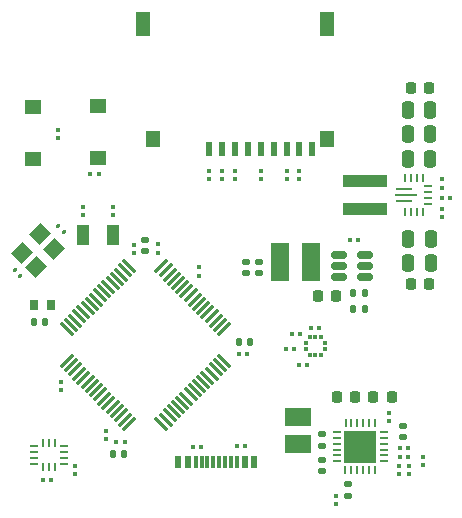
<source format=gbr>
%TF.GenerationSoftware,KiCad,Pcbnew,9.0.6*%
%TF.CreationDate,2025-12-31T22:25:04-08:00*%
%TF.ProjectId,SimpleFlightController,53696d70-6c65-4466-9c69-676874436f6e,rev?*%
%TF.SameCoordinates,Original*%
%TF.FileFunction,Paste,Top*%
%TF.FilePolarity,Positive*%
%FSLAX46Y46*%
G04 Gerber Fmt 4.6, Leading zero omitted, Abs format (unit mm)*
G04 Created by KiCad (PCBNEW 9.0.6) date 2025-12-31 22:25:04*
%MOMM*%
%LPD*%
G01*
G04 APERTURE LIST*
G04 Aperture macros list*
%AMRoundRect*
0 Rectangle with rounded corners*
0 $1 Rounding radius*
0 $2 $3 $4 $5 $6 $7 $8 $9 X,Y pos of 4 corners*
0 Add a 4 corners polygon primitive as box body*
4,1,4,$2,$3,$4,$5,$6,$7,$8,$9,$2,$3,0*
0 Add four circle primitives for the rounded corners*
1,1,$1+$1,$2,$3*
1,1,$1+$1,$4,$5*
1,1,$1+$1,$6,$7*
1,1,$1+$1,$8,$9*
0 Add four rect primitives between the rounded corners*
20,1,$1+$1,$2,$3,$4,$5,0*
20,1,$1+$1,$4,$5,$6,$7,0*
20,1,$1+$1,$6,$7,$8,$9,0*
20,1,$1+$1,$8,$9,$2,$3,0*%
%AMRotRect*
0 Rectangle, with rotation*
0 The origin of the aperture is its center*
0 $1 length*
0 $2 width*
0 $3 Rotation angle, in degrees counterclockwise*
0 Add horizontal line*
21,1,$1,$2,0,0,$3*%
G04 Aperture macros list end*
%ADD10RoundRect,0.140000X0.170000X-0.140000X0.170000X0.140000X-0.170000X0.140000X-0.170000X-0.140000X0*%
%ADD11RoundRect,0.079500X0.127279X0.014849X0.014849X0.127279X-0.127279X-0.014849X-0.014849X-0.127279X0*%
%ADD12RoundRect,0.079500X0.100500X-0.079500X0.100500X0.079500X-0.100500X0.079500X-0.100500X-0.079500X0*%
%ADD13RotRect,1.400000X1.200000X225.000000*%
%ADD14RoundRect,0.079500X-0.079500X-0.100500X0.079500X-0.100500X0.079500X0.100500X-0.079500X0.100500X0*%
%ADD15RoundRect,0.079500X-0.100500X0.079500X-0.100500X-0.079500X0.100500X-0.079500X0.100500X0.079500X0*%
%ADD16RoundRect,0.140000X-0.170000X0.140000X-0.170000X-0.140000X0.170000X-0.140000X0.170000X0.140000X0*%
%ADD17RoundRect,0.140000X-0.140000X-0.170000X0.140000X-0.170000X0.140000X0.170000X-0.140000X0.170000X0*%
%ADD18R,0.550000X1.100000*%
%ADD19R,0.300000X1.100000*%
%ADD20RoundRect,0.225000X-0.225000X-0.250000X0.225000X-0.250000X0.225000X0.250000X-0.225000X0.250000X0*%
%ADD21R,0.280000X0.700000*%
%ADD22R,0.700000X0.280000*%
%ADD23R,2.800000X2.800000*%
%ADD24RoundRect,0.250000X-0.250000X-0.475000X0.250000X-0.475000X0.250000X0.475000X-0.250000X0.475000X0*%
%ADD25RoundRect,0.079500X0.079500X0.100500X-0.079500X0.100500X-0.079500X-0.100500X0.079500X-0.100500X0*%
%ADD26RoundRect,0.225000X0.225000X0.250000X-0.225000X0.250000X-0.225000X-0.250000X0.225000X-0.250000X0*%
%ADD27RoundRect,0.147500X-0.172500X0.147500X-0.172500X-0.147500X0.172500X-0.147500X0.172500X0.147500X0*%
%ADD28R,0.680000X0.280000*%
%ADD29R,0.280000X0.680000*%
%ADD30R,1.500000X3.320000*%
%ADD31RoundRect,0.140000X0.140000X0.170000X-0.140000X0.170000X-0.140000X-0.170000X0.140000X-0.170000X0*%
%ADD32R,0.700000X0.250000*%
%ADD33R,0.250000X0.700000*%
%ADD34R,1.450000X0.250000*%
%ADD35R,1.850000X0.250000*%
%ADD36R,3.800000X1.000000*%
%ADD37RoundRect,0.075000X-0.548008X0.441942X0.441942X-0.548008X0.548008X-0.441942X-0.441942X0.548008X0*%
%ADD38RoundRect,0.075000X-0.548008X-0.441942X-0.441942X-0.548008X0.548008X0.441942X0.441942X0.548008X0*%
%ADD39RoundRect,0.079500X-0.127279X-0.014849X-0.014849X-0.127279X0.127279X0.014849X0.014849X0.127279X0*%
%ADD40R,0.800000X0.860000*%
%ADD41R,1.360000X1.230000*%
%ADD42RoundRect,0.135000X0.135000X0.185000X-0.135000X0.185000X-0.135000X-0.185000X0.135000X-0.185000X0*%
%ADD43R,2.160000X1.630000*%
%ADD44R,1.000000X1.800000*%
%ADD45R,0.600000X1.300000*%
%ADD46R,1.200000X1.400000*%
%ADD47R,1.200000X2.000000*%
%ADD48R,0.300000X0.300000*%
%ADD49RoundRect,0.150000X-0.512500X-0.150000X0.512500X-0.150000X0.512500X0.150000X-0.512500X0.150000X0*%
%ADD50RoundRect,0.135000X-0.135000X-0.185000X0.135000X-0.185000X0.135000X0.185000X-0.135000X0.185000X0*%
G04 APERTURE END LIST*
D10*
%TO.C,C5*%
X170440000Y-126680000D03*
X170440000Y-125720000D03*
%TD*%
D11*
%TO.C,C34*%
X144870729Y-112315094D03*
X144382825Y-111827190D03*
%TD*%
D12*
%TO.C,R6*%
X177740000Y-129045000D03*
X177740000Y-128355000D03*
%TD*%
D13*
%TO.C,X1*%
X146553554Y-108792284D03*
X144997919Y-110347919D03*
X146200000Y-111550000D03*
X147755635Y-109994365D03*
%TD*%
D14*
%TO.C,R8*%
X176995000Y-126850000D03*
X177685000Y-126850000D03*
%TD*%
D12*
%TO.C,C24*%
X154450000Y-110345000D03*
X154450000Y-109655000D03*
%TD*%
D15*
%TO.C,R20*%
X163000000Y-103380000D03*
X163000000Y-104070000D03*
%TD*%
%TO.C,C27*%
X148300000Y-121305000D03*
X148300000Y-121995000D03*
%TD*%
D16*
%TO.C,C1*%
X170440000Y-127870000D03*
X170440000Y-128830000D03*
%TD*%
D17*
%TO.C,C28*%
X146020000Y-116200000D03*
X146980000Y-116200000D03*
%TD*%
D18*
%TO.C,USB1*%
X158253434Y-128016569D03*
X159053434Y-128016569D03*
D19*
X159703434Y-128016569D03*
X160203434Y-128016569D03*
X160703434Y-128016569D03*
X161203434Y-128016569D03*
X161703434Y-128016569D03*
X162203434Y-128016569D03*
X162703434Y-128016569D03*
X163203434Y-128016569D03*
D18*
X163853434Y-128016569D03*
X164653434Y-128016569D03*
%TD*%
D20*
%TO.C,C9*%
X177900000Y-113025000D03*
X179450000Y-113025000D03*
%TD*%
D21*
%TO.C,U1*%
X172390000Y-128750000D03*
X172890000Y-128750000D03*
X173390000Y-128750000D03*
X173890000Y-128750000D03*
X174390000Y-128750000D03*
X174890000Y-128750000D03*
D22*
X175640000Y-128000000D03*
X175640000Y-127500000D03*
X175640000Y-127000000D03*
X175640000Y-126500000D03*
X175640000Y-126000000D03*
X175640000Y-125500000D03*
D21*
X174890000Y-124750000D03*
X174390000Y-124750000D03*
X173890000Y-124750000D03*
X173390000Y-124750000D03*
X172890000Y-124750000D03*
X172400000Y-124750000D03*
D22*
X171640000Y-125500000D03*
X171640000Y-126000000D03*
X171640000Y-126500000D03*
X171640000Y-127000000D03*
X171640000Y-127500000D03*
X171640000Y-128000000D03*
D23*
X173650000Y-126750000D03*
%TD*%
D14*
%TO.C,C19*%
X169455000Y-116725000D03*
X170145000Y-116725000D03*
%TD*%
D17*
%TO.C,C31*%
X163390000Y-117900000D03*
X164350000Y-117900000D03*
%TD*%
D24*
%TO.C,C8*%
X177725000Y-109175000D03*
X179625000Y-109175000D03*
%TD*%
%TO.C,C7*%
X177725000Y-111225000D03*
X179625000Y-111225000D03*
%TD*%
D25*
%TO.C,C26*%
X153695000Y-126350000D03*
X153005000Y-126350000D03*
%TD*%
D26*
%TO.C,C6*%
X173215000Y-122550000D03*
X171665000Y-122550000D03*
%TD*%
D27*
%TO.C,D1*%
X172640000Y-129947500D03*
X172640000Y-130917500D03*
%TD*%
D24*
%TO.C,C10*%
X177675000Y-98275000D03*
X179575000Y-98275000D03*
%TD*%
D25*
%TO.C,R9*%
X169120000Y-119850000D03*
X168430000Y-119850000D03*
%TD*%
D28*
%TO.C,U2*%
X146040000Y-126710000D03*
X146040000Y-127210000D03*
X146040000Y-127710000D03*
X146040000Y-128210000D03*
D29*
X146800000Y-128470000D03*
X147300000Y-128470000D03*
X147800000Y-128470000D03*
D28*
X148560000Y-128210000D03*
X148560000Y-127710000D03*
X148560000Y-127210000D03*
X148560000Y-126710000D03*
D29*
X147800000Y-126450000D03*
X147300000Y-126450000D03*
X146800000Y-126450000D03*
%TD*%
D30*
%TO.C,L7*%
X169480000Y-111100000D03*
X166820000Y-111100000D03*
%TD*%
D15*
%TO.C,R7*%
X171625000Y-130905000D03*
X171625000Y-131595000D03*
%TD*%
%TO.C,R12*%
X180525000Y-106625000D03*
X180525000Y-107315000D03*
%TD*%
D31*
%TO.C,C30*%
X153630000Y-127400000D03*
X152670000Y-127400000D03*
%TD*%
D10*
%TO.C,C3*%
X177240000Y-125980000D03*
X177240000Y-125020000D03*
%TD*%
D12*
%TO.C,R4*%
X178940000Y-128345000D03*
X178940000Y-127655000D03*
%TD*%
D14*
%TO.C,R3*%
X177005000Y-127600000D03*
X177695000Y-127600000D03*
%TD*%
D20*
%TO.C,C12*%
X177900000Y-96425000D03*
X179450000Y-96425000D03*
%TD*%
D15*
%TO.C,C32*%
X152150000Y-125405000D03*
X152150000Y-126095000D03*
%TD*%
D32*
%TO.C,U5*%
X179375000Y-106225000D03*
X179375000Y-105725000D03*
X179375000Y-105225000D03*
X179375000Y-104725000D03*
D33*
X178925000Y-104025000D03*
X178425000Y-104025000D03*
X177925000Y-104025000D03*
X177425000Y-104025000D03*
D34*
X177335000Y-104975000D03*
D35*
X177535000Y-105475000D03*
D34*
X177335000Y-105975000D03*
D33*
X177425000Y-106925000D03*
X177925000Y-106925000D03*
X178425000Y-106925000D03*
X178925000Y-106925000D03*
%TD*%
D36*
%TO.C,L6*%
X174025000Y-104225000D03*
X174025000Y-106625000D03*
%TD*%
D14*
%TO.C,R2*%
X163208434Y-126729069D03*
X163898434Y-126729069D03*
%TD*%
D37*
%TO.C,U3*%
X154088819Y-111485519D03*
X153735266Y-111839072D03*
X153381713Y-112192625D03*
X153028159Y-112546179D03*
X152674606Y-112899732D03*
X152321052Y-113253286D03*
X151967499Y-113606839D03*
X151613946Y-113960392D03*
X151260392Y-114313946D03*
X150906839Y-114667499D03*
X150553286Y-115021052D03*
X150199732Y-115374606D03*
X149846179Y-115728159D03*
X149492625Y-116081713D03*
X149139072Y-116435266D03*
X148785519Y-116788819D03*
D38*
X148785519Y-119511181D03*
X149139072Y-119864734D03*
X149492625Y-120218287D03*
X149846179Y-120571841D03*
X150199732Y-120925394D03*
X150553286Y-121278948D03*
X150906839Y-121632501D03*
X151260392Y-121986054D03*
X151613946Y-122339608D03*
X151967499Y-122693161D03*
X152321052Y-123046714D03*
X152674606Y-123400268D03*
X153028159Y-123753821D03*
X153381713Y-124107375D03*
X153735266Y-124460928D03*
X154088819Y-124814481D03*
D37*
X156811181Y-124814481D03*
X157164734Y-124460928D03*
X157518287Y-124107375D03*
X157871841Y-123753821D03*
X158225394Y-123400268D03*
X158578948Y-123046714D03*
X158932501Y-122693161D03*
X159286054Y-122339608D03*
X159639608Y-121986054D03*
X159993161Y-121632501D03*
X160346714Y-121278948D03*
X160700268Y-120925394D03*
X161053821Y-120571841D03*
X161407375Y-120218287D03*
X161760928Y-119864734D03*
X162114481Y-119511181D03*
D38*
X162114481Y-116788819D03*
X161760928Y-116435266D03*
X161407375Y-116081713D03*
X161053821Y-115728159D03*
X160700268Y-115374606D03*
X160346714Y-115021052D03*
X159993161Y-114667499D03*
X159639608Y-114313946D03*
X159286054Y-113960392D03*
X158932501Y-113606839D03*
X158578948Y-113253286D03*
X158225394Y-112899732D03*
X157871841Y-112546179D03*
X157518287Y-112192625D03*
X157164734Y-111839072D03*
X156811181Y-111485519D03*
%TD*%
D39*
%TO.C,C33*%
X148082825Y-108077190D03*
X148570729Y-108565094D03*
%TD*%
D40*
%TO.C,L4*%
X147450000Y-114800000D03*
X146050000Y-114800000D03*
%TD*%
D25*
%TO.C,C20*%
X168570000Y-117250000D03*
X167880000Y-117250000D03*
%TD*%
D15*
%TO.C,C37*%
X148070000Y-99935000D03*
X148070000Y-100625000D03*
%TD*%
%TO.C,R19*%
X161900000Y-103380000D03*
X161900000Y-104070000D03*
%TD*%
D41*
%TO.C,SW1*%
X145950000Y-98020000D03*
X145950000Y-102380000D03*
%TD*%
D15*
%TO.C,C21*%
X149500000Y-128405000D03*
X149500000Y-129095000D03*
%TD*%
%TO.C,R17*%
X168500000Y-103380000D03*
X168500000Y-104070000D03*
%TD*%
%TO.C,R18*%
X160800000Y-103380000D03*
X160800000Y-104070000D03*
%TD*%
D42*
%TO.C,R14*%
X174060000Y-113750000D03*
X173040000Y-113750000D03*
%TD*%
D43*
%TO.C,L5*%
X168390000Y-124230000D03*
X168390000Y-126570000D03*
%TD*%
D16*
%TO.C,C17*%
X164000000Y-111095000D03*
X164000000Y-112055000D03*
%TD*%
D44*
%TO.C,X2*%
X152700000Y-108850000D03*
X150200000Y-108850000D03*
%TD*%
D45*
%TO.C,Card1*%
X160800000Y-101550000D03*
X161900000Y-101550000D03*
X163000000Y-101550000D03*
X164100000Y-101550000D03*
X165200000Y-101550000D03*
X166300000Y-101550000D03*
X167400000Y-101550000D03*
X168500000Y-101550000D03*
X169600000Y-101550000D03*
D46*
X170800000Y-100700000D03*
D47*
X170800000Y-90990000D03*
X155280000Y-90990000D03*
D46*
X156120000Y-100700000D03*
%TD*%
D15*
%TO.C,C4*%
X176040000Y-123905000D03*
X176040000Y-124595000D03*
%TD*%
D12*
%TO.C,R5*%
X176940000Y-129045000D03*
X176940000Y-128355000D03*
%TD*%
D10*
%TO.C,C29*%
X155450000Y-110180000D03*
X155450000Y-109220000D03*
%TD*%
D12*
%TO.C,C35*%
X152725000Y-107160000D03*
X152725000Y-106470000D03*
%TD*%
D48*
%TO.C,U4*%
X169070000Y-117975000D03*
X169070000Y-118475000D03*
X169350000Y-119005000D03*
X169850000Y-119005000D03*
X170350000Y-119005000D03*
X170630000Y-118475000D03*
X170630000Y-117975000D03*
X170350000Y-117445000D03*
X169850000Y-117445000D03*
X169350000Y-117445000D03*
%TD*%
D12*
%TO.C,C36*%
X150175000Y-107160000D03*
X150175000Y-106470000D03*
%TD*%
D49*
%TO.C,U6*%
X171812500Y-110500000D03*
X171812500Y-111450000D03*
X171812500Y-112400000D03*
X174087500Y-112400000D03*
X174087500Y-111450000D03*
X174087500Y-110500000D03*
%TD*%
D15*
%TO.C,R21*%
X165200000Y-103380000D03*
X165200000Y-104070000D03*
%TD*%
D12*
%TO.C,C14*%
X180525000Y-104820000D03*
X180525000Y-104130000D03*
%TD*%
D50*
%TO.C,R15*%
X173040000Y-115100000D03*
X174060000Y-115100000D03*
%TD*%
D12*
%TO.C,C23*%
X156525000Y-110320000D03*
X156525000Y-109630000D03*
%TD*%
D24*
%TO.C,C11*%
X177675000Y-100325000D03*
X179575000Y-100325000D03*
%TD*%
D25*
%TO.C,R13*%
X181220000Y-105725000D03*
X180530000Y-105725000D03*
%TD*%
D14*
%TO.C,C22*%
X146745000Y-129610000D03*
X147435000Y-129610000D03*
%TD*%
%TO.C,R22*%
X150805000Y-103650000D03*
X151495000Y-103650000D03*
%TD*%
D25*
%TO.C,R1*%
X160153434Y-126779069D03*
X159463434Y-126779069D03*
%TD*%
D16*
%TO.C,C18*%
X165050000Y-111095000D03*
X165050000Y-112055000D03*
%TD*%
D12*
%TO.C,R11*%
X159950000Y-112270000D03*
X159950000Y-111580000D03*
%TD*%
D25*
%TO.C,C15*%
X173475000Y-109250000D03*
X172785000Y-109250000D03*
%TD*%
D41*
%TO.C,SW2*%
X151450000Y-97920000D03*
X151450000Y-102280000D03*
%TD*%
D24*
%TO.C,C13*%
X177675000Y-102375000D03*
X179575000Y-102375000D03*
%TD*%
D14*
%TO.C,C25*%
X163360000Y-118900000D03*
X164050000Y-118900000D03*
%TD*%
D15*
%TO.C,R16*%
X167400000Y-103380000D03*
X167400000Y-104070000D03*
%TD*%
D20*
%TO.C,C2*%
X174765000Y-122550000D03*
X176315000Y-122550000D03*
%TD*%
D25*
%TO.C,R10*%
X168045000Y-118525000D03*
X167355000Y-118525000D03*
%TD*%
D26*
%TO.C,C16*%
X171625000Y-114000000D03*
X170075000Y-114000000D03*
%TD*%
M02*

</source>
